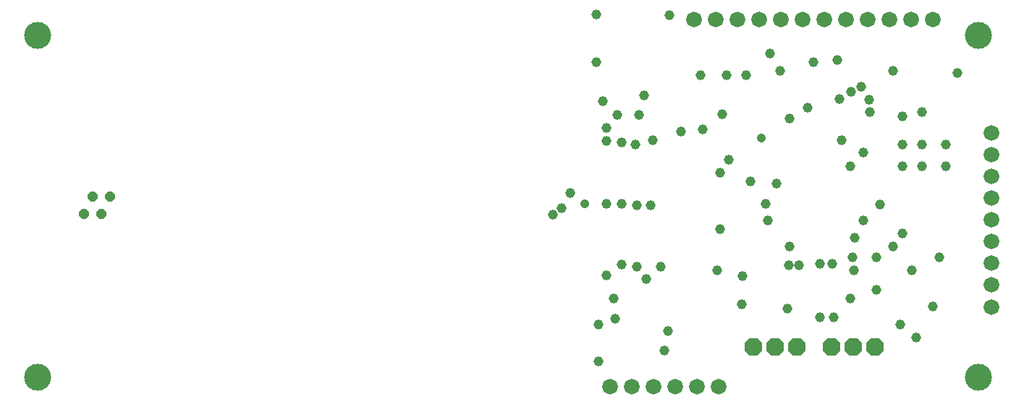
<source format=gbr>
G04 EAGLE Gerber RS-274X export*
G75*
%MOMM*%
%FSLAX34Y34*%
%LPD*%
%INSoldermask Bottom*%
%IPPOS*%
%AMOC8*
5,1,8,0,0,1.08239X$1,22.5*%
G01*
%ADD10P,2.254402X8X112.500000*%
%ADD11C,1.828800*%
%ADD12C,3.152400*%
%ADD13C,1.160400*%
%ADD14C,1.060400*%
%ADD15P,1.256005X8X22.500000*%
%ADD16C,1.066800*%


D10*
X287400Y85100D03*
X312800Y85100D03*
X338200Y85100D03*
X378500Y85100D03*
X403900Y85100D03*
X429300Y85100D03*
D11*
X565900Y335600D03*
X565900Y310200D03*
X565900Y284800D03*
X565900Y259400D03*
X565900Y234000D03*
X565900Y208600D03*
X565900Y183200D03*
X565900Y157800D03*
X496700Y468660D03*
X471300Y468660D03*
X445900Y468660D03*
X420500Y468660D03*
X395100Y468660D03*
X369700Y468660D03*
X344300Y468660D03*
X318900Y468660D03*
X293500Y468660D03*
X268100Y468660D03*
X242700Y468660D03*
X217300Y468660D03*
D12*
X-550000Y450000D03*
X-550000Y50000D03*
X550000Y50000D03*
X550000Y450000D03*
D11*
X246760Y38740D03*
X221360Y38740D03*
X195960Y38740D03*
X170560Y38740D03*
X145160Y38740D03*
X119760Y38740D03*
X565900Y132080D03*
D13*
X416000Y233680D03*
X416000Y312928D03*
X329640Y353060D03*
X248360Y223520D03*
X248360Y289560D03*
X52780Y240030D03*
X111200Y373380D03*
X244550Y175260D03*
X125170Y118110D03*
X329640Y203200D03*
X162000Y165100D03*
X132790Y325120D03*
X149300Y322580D03*
X115010Y326350D03*
X123900Y142240D03*
X115010Y168910D03*
X178510Y179070D03*
X150570Y179070D03*
D14*
X89610Y252730D03*
D13*
X115010Y252730D03*
X132790Y252730D03*
X150570Y251460D03*
X167080Y251460D03*
X169620Y327620D03*
X115010Y341630D03*
X127710Y356870D03*
X159460Y379730D03*
X153110Y356870D03*
X132790Y181610D03*
X431240Y190500D03*
X405840Y213360D03*
X461720Y218440D03*
X400760Y142240D03*
X304240Y233680D03*
X283920Y279400D03*
X314400Y276860D03*
X202640Y337820D03*
X225500Y403860D03*
X255980Y403860D03*
X278840Y403860D03*
X306780Y429260D03*
X357580Y419100D03*
X385520Y421640D03*
X423620Y360680D03*
X390600Y327660D03*
X505060Y190500D03*
X512520Y297180D03*
X484580Y297180D03*
X461720Y297180D03*
X461720Y322580D03*
X484580Y322580D03*
X512520Y322580D03*
X484580Y360680D03*
X461720Y355600D03*
X431240Y152400D03*
X459180Y111760D03*
X258520Y304720D03*
X251020Y358060D03*
X228040Y340360D03*
X103580Y419100D03*
X103580Y474980D03*
X106120Y111760D03*
X106120Y68580D03*
X187400Y104140D03*
X188670Y473710D03*
X400760Y297180D03*
X403300Y190500D03*
X274188Y168228D03*
X273934Y134740D03*
X365200Y182880D03*
X365200Y119888D03*
X379424Y182880D03*
X381456Y119888D03*
X496700Y132660D03*
X326592Y130048D03*
X328624Y180848D03*
X340816Y180848D03*
X404824Y174752D03*
X472896Y174752D03*
X450544Y203200D03*
X450544Y408432D03*
X318464Y408432D03*
X435304Y251968D03*
X422604Y374396D03*
X413460Y390144D03*
X401776Y384048D03*
X387552Y375920D03*
X350976Y365760D03*
D15*
X-495860Y241300D03*
X-485700Y261620D03*
D13*
X73100Y265430D03*
X62940Y247650D03*
D15*
X-475540Y241300D03*
X-465380Y261620D03*
D13*
X301700Y252730D03*
D16*
X296620Y330160D03*
D13*
X525780Y406400D03*
X477520Y96520D03*
X182880Y81280D03*
M02*

</source>
